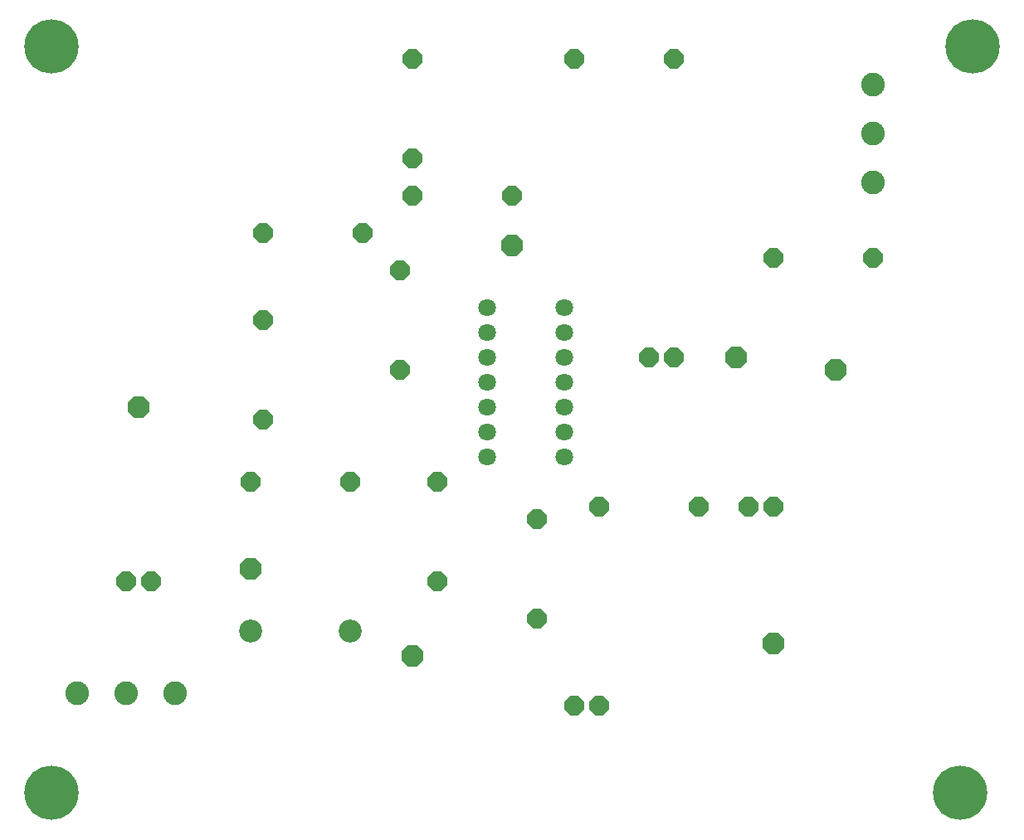
<source format=gbr>
G04 EAGLE Gerber RS-274X export*
G75*
%MOMM*%
%FSLAX34Y34*%
%LPD*%
%INSoldermask Bottom*%
%IPPOS*%
%AMOC8*
5,1,8,0,0,1.08239X$1,22.5*%
G01*
%ADD10P,2.199416X8X202.500000*%
%ADD11P,2.199416X8X22.500000*%
%ADD12C,2.336800*%
%ADD13P,2.419358X8X22.500000*%
%ADD14P,2.199416X8X292.500000*%
%ADD15C,2.419200*%
%ADD16P,2.199416X8X112.500000*%
%ADD17C,1.803400*%
%ADD18C,5.537200*%


D10*
X596900Y88900D03*
X571500Y88900D03*
D11*
X647700Y444500D03*
X673100Y444500D03*
D10*
X774700Y292100D03*
X749300Y292100D03*
D11*
X114300Y215900D03*
X139700Y215900D03*
D12*
X342900Y165100D03*
X241300Y165100D03*
D13*
X736600Y444500D03*
X774700Y152400D03*
X508000Y558800D03*
X127000Y393700D03*
X241300Y228600D03*
D11*
X406400Y609600D03*
X508000Y609600D03*
X596900Y292100D03*
X698500Y292100D03*
D14*
X431800Y317500D03*
X431800Y215900D03*
D11*
X241300Y317500D03*
X342900Y317500D03*
D15*
X64300Y101600D03*
X114300Y101600D03*
X164300Y101600D03*
D16*
X406400Y647700D03*
X406400Y749300D03*
D10*
X876300Y546100D03*
X774700Y546100D03*
X673100Y749300D03*
X571500Y749300D03*
D14*
X393700Y533400D03*
X393700Y431800D03*
D15*
X876300Y623100D03*
X876300Y673100D03*
X876300Y723100D03*
D14*
X533400Y279400D03*
X533400Y177800D03*
D11*
X254000Y571500D03*
X355600Y571500D03*
D16*
X254000Y381000D03*
X254000Y482600D03*
D17*
X482600Y495300D03*
X482600Y469900D03*
X482600Y444500D03*
X482600Y419100D03*
X482600Y393700D03*
X482600Y368300D03*
X482600Y342900D03*
X561340Y342900D03*
X561340Y368300D03*
X561340Y393700D03*
X561340Y419100D03*
X561340Y444500D03*
X561340Y469900D03*
X561340Y495300D03*
D13*
X838200Y431800D03*
X406400Y139700D03*
D18*
X965200Y0D03*
X38100Y762000D03*
X977900Y762000D03*
X38100Y0D03*
M02*

</source>
